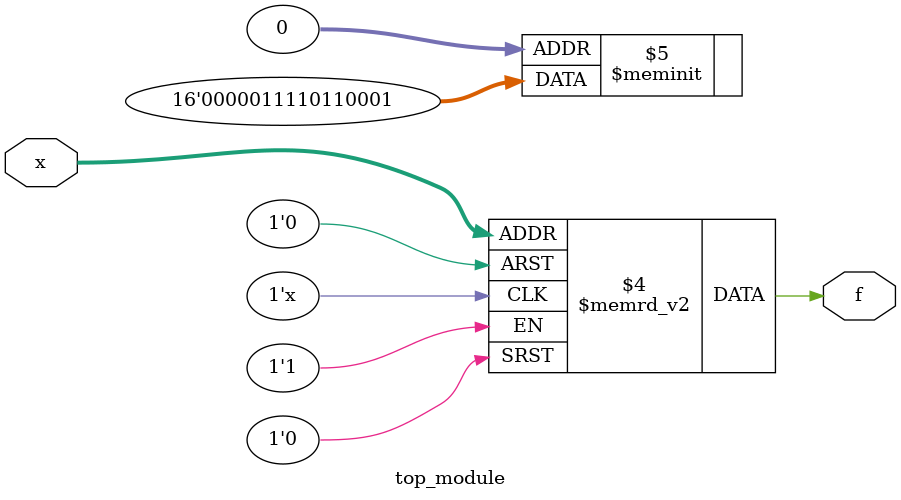
<source format=sv>
module top_module (
	input [4:1] x,
	output logic f
);

always_comb begin
	case (x)
		4'b0000: f = 1;
		4'b0001: f = 0;
		4'b0010: f = 0;
		4'b0011: f = 0;
		4'b0100: f = 1;
		4'b0101: f = 1;
		4'b0110: f = 0;
		4'b0111: f = 1;
		4'b1000: f = 1;
		4'b1001: f = 1;
		4'b1010: f = 1;
		4'b1011: f = 0;
		default: f = 0;
	endcase
end

endmodule

</source>
